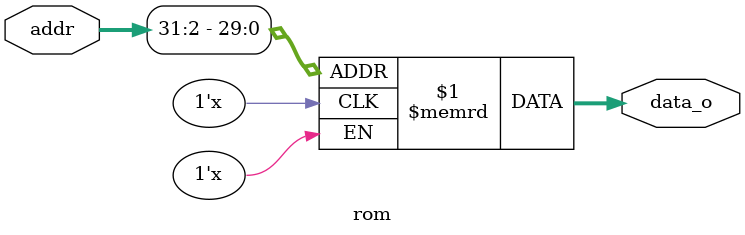
<source format=v>
module rom #(
    parameter WORDSIZE=32,
    parameter SIZE = 1024 * 1024
)(
    input wire [31:0] addr,
    output wire [WORDSIZE-1:0] data_o
);

    reg [WORDSIZE-1:0] mem [SIZE-1:0];

    // Memory is byte-addressable but 
    // address is aligned to 4 bytes
    assign data_o = mem[addr[31:2]];
endmodule
</source>
